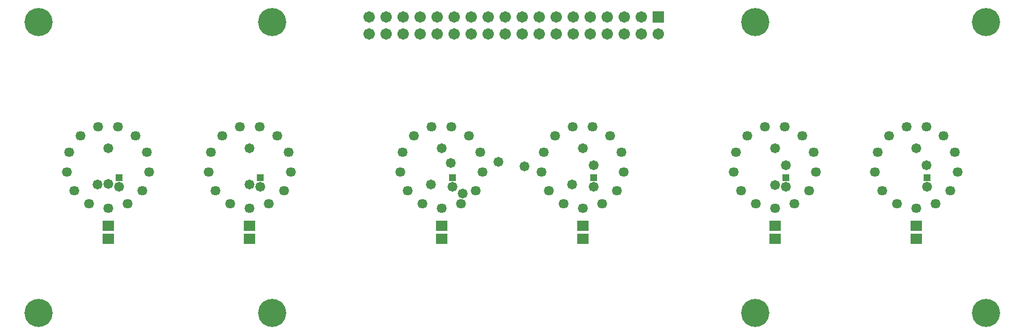
<source format=gbs>
G04*
G04 #@! TF.GenerationSoftware,Altium Limited,Altium Designer,18.1.11 (251)*
G04*
G04 Layer_Color=16711935*
%FSLAX25Y25*%
%MOIN*%
G70*
G01*
G75*
%ADD16C,0.05760*%
%ADD17C,0.06706*%
%ADD18R,0.06706X0.06706*%
%ADD19C,0.16548*%
%ADD20C,0.05800*%
%ADD30R,0.06706X0.06312*%
%ADD31R,0.04343X0.03950*%
D16*
X181825Y231422D02*
D03*
X159175D02*
D03*
X170500Y228630D02*
D03*
X194692Y250063D02*
D03*
X193286Y261642D02*
D03*
X186660Y271241D02*
D03*
X176332Y276662D02*
D03*
X164668D02*
D03*
X154340Y271241D02*
D03*
X147714Y261642D02*
D03*
X146308Y250063D02*
D03*
X150444Y239156D02*
D03*
X190556D02*
D03*
X273748D02*
D03*
X233636D02*
D03*
X229500Y250063D02*
D03*
X230906Y261642D02*
D03*
X237532Y271241D02*
D03*
X247860Y276662D02*
D03*
X259524D02*
D03*
X269852Y271241D02*
D03*
X276478Y261642D02*
D03*
X277884Y250063D02*
D03*
X253692Y228630D02*
D03*
X242367Y231422D02*
D03*
X265017D02*
D03*
X377825D02*
D03*
X355175D02*
D03*
X366500Y228630D02*
D03*
X390692Y250063D02*
D03*
X389286Y261642D02*
D03*
X382660Y271241D02*
D03*
X372332Y276662D02*
D03*
X360668D02*
D03*
X350340Y271241D02*
D03*
X343714Y261642D02*
D03*
X342308Y250063D02*
D03*
X346444Y239156D02*
D03*
X386556D02*
D03*
X469556D02*
D03*
X429444D02*
D03*
X425308Y250063D02*
D03*
X426714Y261642D02*
D03*
X433340Y271241D02*
D03*
X443668Y276662D02*
D03*
X455332D02*
D03*
X465660Y271241D02*
D03*
X472286Y261642D02*
D03*
X473692Y250063D02*
D03*
X449500Y228630D02*
D03*
X438175Y231422D02*
D03*
X460825D02*
D03*
X573825D02*
D03*
X551175D02*
D03*
X562500Y228630D02*
D03*
X586692Y250063D02*
D03*
X585286Y261642D02*
D03*
X578660Y271241D02*
D03*
X568332Y276662D02*
D03*
X556668D02*
D03*
X546340Y271241D02*
D03*
X539714Y261642D02*
D03*
X538308Y250063D02*
D03*
X542444Y239156D02*
D03*
X582556D02*
D03*
X665612D02*
D03*
X625500D02*
D03*
X621364Y250063D02*
D03*
X622770Y261642D02*
D03*
X629396Y271241D02*
D03*
X639724Y276662D02*
D03*
X651388D02*
D03*
X661716Y271241D02*
D03*
X668342Y261642D02*
D03*
X669748Y250063D02*
D03*
X645556Y228630D02*
D03*
X634231Y231422D02*
D03*
X656881D02*
D03*
D17*
X324000Y331500D02*
D03*
Y341500D02*
D03*
X334000Y331500D02*
D03*
Y341500D02*
D03*
X344000Y331500D02*
D03*
Y341500D02*
D03*
X354000Y331500D02*
D03*
Y341500D02*
D03*
X364000Y331500D02*
D03*
Y341500D02*
D03*
X374000Y331500D02*
D03*
Y341500D02*
D03*
X384000Y331500D02*
D03*
Y341500D02*
D03*
X394000Y331500D02*
D03*
Y341500D02*
D03*
X404000Y331500D02*
D03*
Y341500D02*
D03*
X414000Y331500D02*
D03*
Y341500D02*
D03*
X424000Y331500D02*
D03*
Y341500D02*
D03*
X434000Y331500D02*
D03*
Y341500D02*
D03*
X444000Y331500D02*
D03*
Y341500D02*
D03*
X454000Y331500D02*
D03*
Y341500D02*
D03*
X464000Y331500D02*
D03*
Y341500D02*
D03*
X474000Y331500D02*
D03*
Y341500D02*
D03*
X484000Y331500D02*
D03*
Y341500D02*
D03*
X494000Y331500D02*
D03*
D18*
Y341500D02*
D03*
D19*
X129500Y167000D02*
D03*
X686500D02*
D03*
Y338500D02*
D03*
X129500D02*
D03*
X267000Y167000D02*
D03*
X551000D02*
D03*
Y338500D02*
D03*
X267000D02*
D03*
D20*
X170500Y264000D02*
D03*
X253692D02*
D03*
X366500D02*
D03*
X645556D02*
D03*
X562500D02*
D03*
X449500D02*
D03*
X651500Y254000D02*
D03*
X568799D02*
D03*
X455799D02*
D03*
X415142Y253500D02*
D03*
X400000Y256000D02*
D03*
X372000Y255500D02*
D03*
X379000Y237500D02*
D03*
X373000Y241500D02*
D03*
X562500Y242500D02*
D03*
X443201Y242740D02*
D03*
X360201D02*
D03*
X651855Y241244D02*
D03*
X568799Y241244D02*
D03*
X455799Y241244D02*
D03*
X259991D02*
D03*
X177000D02*
D03*
X253692Y242740D02*
D03*
X164201D02*
D03*
X170500Y243000D02*
D03*
D30*
X645556Y218437D02*
D03*
Y210563D02*
D03*
X562500Y218437D02*
D03*
Y210563D02*
D03*
X449500Y218437D02*
D03*
Y210563D02*
D03*
X170500Y218437D02*
D03*
Y210563D02*
D03*
X366500Y218437D02*
D03*
Y210563D02*
D03*
X253692Y218437D02*
D03*
Y210563D02*
D03*
D31*
X568799Y246756D02*
D03*
Y241244D02*
D03*
X651855Y246756D02*
D03*
Y241244D02*
D03*
X372799Y246756D02*
D03*
Y241244D02*
D03*
X455799Y246756D02*
D03*
Y241244D02*
D03*
X177000Y246756D02*
D03*
Y241244D02*
D03*
X259991Y246756D02*
D03*
Y241244D02*
D03*
M02*

</source>
